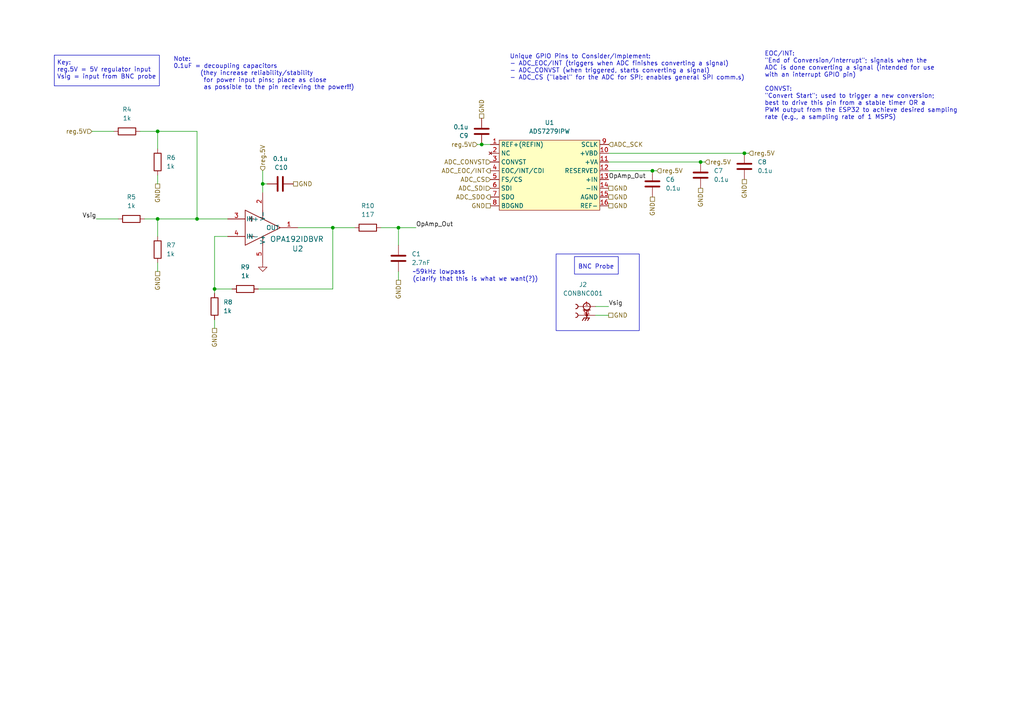
<source format=kicad_sch>
(kicad_sch (version 20231120) (generator "eeschema") (generator_version "8.0")
  (paper "A4")
  (lib_symbols
    (symbol "ADS7279:ADS7279IPW"
      (property "Reference" "U" (at 0 8.636 0))
      (property "Value" "ADS7279IPW" (at 0.254 -14.224 0))
      (symbol "ADS7279IPW_1_1"
        (rectangle (start -15.24 7.62) (end 13.97 -12.7) (fill (type background)))
        (pin input line (at -17.78 6.35 0) (length 2.54) (name "REF+(REFIN)") (number "1"))
        (pin power_in line (at 16.51 3.81 180) (length 2.54) (name "+VBD") (number "10"))
        (pin power_in line (at 16.51 1.27 180) (length 2.54) (name "+VA") (number "11"))
        (pin input line (at 16.51 -1.27 180) (length 2.54) (name "RESERVED") (number "12"))
        (pin input line (at 16.51 -3.81 180) (length 2.54) (name "+IN") (number "13"))
        (pin input line (at 16.51 -6.35 180) (length 2.54) (name "-IN") (number "14"))
        (pin power_in line (at 16.51 -8.89 180) (length 2.54) (name "AGND") (number "15"))
        (pin power_in line (at 16.51 -11.43 180) (length 2.54) (name "REF-") (number "16"))
        (pin no_connect line (at -17.78 3.81 0) (length 2.54) (name "NC") (number "2"))
        (pin input line (at -17.78 1.27 0) (length 2.54) (name "CONVST") (number "3"))
        (pin bidirectional line (at -17.78 -1.27 0) (length 2.54) (name "EOC/INT/CDI") (number "4"))
        (pin input line (at -17.78 -3.81 0) (length 2.54) (name "FS/CS") (number "5"))
        (pin input line (at -17.78 -6.35 0) (length 2.54) (name "SDI") (number "6"))
        (pin output line (at -17.78 -8.89 0) (length 2.54) (name "SDO") (number "7"))
        (pin power_in line (at -17.78 -11.43 0) (length 2.54) (name "BDGND") (number "8"))
        (pin input line (at 16.51 6.35 180) (length 2.54) (name "SCLK") (number "9"))
      )
    )
    (symbol "CONBNC001:CONBNC001" (pin_names (offset 1.016))
      (property "Reference" "J" (at -3.81 1.524 0))
      (property "Value" "CONBNC001" (at -4.064 -6.858 0))
      (symbol "CONBNC001_0_0"
        (arc (start -3.175 -3.175) (mid -2.5427 -2.54) (end -3.175 -1.905) (stroke (width 0.254)))
        (arc (start -3.175 -0.635) (mid -2.5427 0) (end -3.175 0.635) (stroke (width 0.254)))
        (circle (center 0 -2.54) (radius 0.254) (stroke (width 0.254)))
        (polyline (pts (xy -1.016 -1.016) (xy 0 -1.016)) (stroke (width 0.254)))
        (polyline (pts (xy -0.762 -3.302) (xy -1.27 -4.064)) (stroke (width 0.254)))
        (polyline (pts (xy 0 -3.302) (xy -0.762 -3.302)) (stroke (width 0.254)))
        (polyline (pts (xy 0 -3.302) (xy -0.508 -4.064)) (stroke (width 0.254)))
        (polyline (pts (xy 0 -3.302) (xy 0.762 -3.302)) (stroke (width 0.254)))
        (polyline (pts (xy 0 -1.016) (xy 0 -3.302)) (stroke (width 0.254)))
        (polyline (pts (xy 0 -1.016) (xy 1.016 -1.016)) (stroke (width 0.254)))
        (polyline (pts (xy 0.762 -3.302) (xy 0.254 -4.064)) (stroke (width 0.254)))
        (circle (center 0 0) (radius 1.016) (stroke (width 0.254)))
        (pin passive line (at 2.54 0 180) (length 5.08) (name "~") (number "1"))
        (pin passive line (at 2.54 -2.54 180) (length 5.08) (name "~") (number "S1"))
      )
    )
    (symbol "Device:C" (pin_numbers hide) (pin_names (offset 0.254))
      (property "Reference" "C" (at 0.635 2.54 0))
      (property "Value" "C" (at 0.635 -2.54 0))
      (symbol "C_0_1"
        (polyline (pts (xy -2.032 -0.762) (xy 2.032 -0.762)) (stroke (width 0.508)))
        (polyline (pts (xy -2.032 0.762) (xy 2.032 0.762)) (stroke (width 0.508)))
      )
      (symbol "C_1_1"
        (pin passive line (at 0 3.81 270) (length 2.794) (name "~") (number "1"))
        (pin passive line (at 0 -3.81 90) (length 2.794) (name "~") (number "2"))
      )
    )
    (symbol "Device:R" (pin_numbers hide) (pin_names (offset 0))
      (property "Reference" "R" (at 2.032 0 90))
      (property "Value" "R" (at 0 0 90))
      (symbol "R_0_1"
        (rectangle (start -1.016 -2.54) (end 1.016 2.54) (stroke (width 0.254)))
      )
      (symbol "R_1_1"
        (pin passive line (at 0 3.81 270) (length 1.27) (name "~") (number "1"))
        (pin passive line (at 0 -3.81 90) (length 1.27) (name "~") (number "2"))
      )
    )
    (symbol "Op-amp:OPA192IDBVR" (pin_names (offset 0.254))
      (property "Reference" "U" (at 0 2.54 0))
      (property "Value" "OPA192IDBVR" (at 0 0 0))
      (symbol "OPA192IDBVR_0_1"
        (polyline (pts (xy 0 -10.16) (xy 10.16 -5.08)) (stroke (width 0.2032)))
        (polyline (pts (xy 0 0) (xy 0 -10.16)) (stroke (width 0.2032)))
        (polyline (pts (xy 0 0) (xy 10.16 -5.08)) (stroke (width 0.2032)))
        (polyline (pts (xy 1.016 -7.62) (xy 2.54 -7.62)) (stroke (width 0.2032)))
        (polyline (pts (xy 1.016 -2.54) (xy 2.54 -2.54)) (stroke (width 0.2032)))
        (polyline (pts (xy 1.778 -6.858) (xy 1.778 -8.382)) (stroke (width 0.2032)))
        (polyline (pts (xy 5.08 -7.62) (xy 5.08 -10.16)) (stroke (width 0.2032)))
        (polyline (pts (xy 5.08 0) (xy 5.08 -2.54)) (stroke (width 0.2032)))
        (pin output line (at 15.24 -5.08 180) (length 5.08) (name "OUT") (number "1"))
        (pin power_in line (at 5.08 -15.24 90) (length 5.08) (name "V-") (number "2"))
        (pin input line (at -5.08 -7.62 0) (length 5.08) (name "IN+") (number "3"))
        (pin input line (at -5.08 -2.54 0) (length 5.08) (name "IN-") (number "4"))
        (pin power_in line (at 5.08 5.08 270) (length 5.08) (name "V+") (number "5"))
      )
    )
    (symbol "power:GND" (power) (pin_numbers hide) (pin_names (offset 0) hide)
      (property "Value" "GND" (at 0 -3.81 0))
      (symbol "GND_0_1"
        (polyline (pts (xy 0 0) (xy 0 -1.27) (xy 1.27 -1.27) (xy 0 -2.54) (xy -1.27 -1.27) (xy 0 -1.27)))
      )
      (symbol "GND_1_1"
        (pin power_in line (at 0 0 270) (length 0) (name "~") (number "1"))
      )
    )
  )
  (junction (at 203.2 46.99))
  (junction (at 115.57 66.04))
  (junction (at 45.72 63.5))
  (junction (at 139.7 41.91))
  (junction (at 45.72 38.1))
  (junction (at 57.15 63.5))
  (junction (at 215.9 44.45))
  (junction (at 62.23 83.82))
  (junction (at 76.2 53.34))
  (junction (at 189.23 49.53))
  (junction (at 96.52 66.04))
  (wire (pts (xy 74.93 83.82) (xy 96.52 83.82)))
  (wire (pts (xy 204.47 46.99) (xy 203.2 46.99)))
  (wire (pts (xy 138.43 41.91) (xy 139.7 41.91)))
  (wire (pts (xy 45.72 63.5) (xy 57.15 63.5)))
  (wire (pts (xy 27.94 63.5) (xy 34.29 63.5)))
  (wire (pts (xy 40.64 38.1) (xy 45.72 38.1)))
  (wire (pts (xy 45.72 50.8) (xy 45.72 53.34)))
  (wire (pts (xy 139.7 41.91) (xy 142.24 41.91)))
  (wire (pts (xy 115.57 66.04) (xy 120.65 66.04)))
  (wire (pts (xy 45.72 76.2) (xy 45.72 78.74)))
  (wire (pts (xy 76.2 49.53) (xy 76.2 53.34)))
  (wire (pts (xy 217.17 44.45) (xy 215.9 44.45)))
  (wire (pts (xy 190.5 49.53) (xy 189.23 49.53)))
  (wire (pts (xy 203.2 46.99) (xy 176.53 46.99)))
  (wire (pts (xy 189.23 49.53) (xy 176.53 49.53)))
  (wire (pts (xy 176.53 88.9) (xy 172.72 88.9)))
  (wire (pts (xy 76.2 53.34) (xy 77.47 53.34)))
  (wire (pts (xy 62.23 92.71) (xy 62.23 95.25)))
  (wire (pts (xy 96.52 83.82) (xy 96.52 66.04)))
  (wire (pts (xy 115.57 78.74) (xy 115.57 81.28)))
  (wire (pts (xy 45.72 63.5) (xy 45.72 68.58)))
  (wire (pts (xy 57.15 63.5) (xy 66.04 63.5)))
  (wire (pts (xy 86.36 66.04) (xy 96.52 66.04)))
  (wire (pts (xy 110.49 66.04) (xy 115.57 66.04)))
  (wire (pts (xy 215.9 44.45) (xy 176.53 44.45)))
  (wire (pts (xy 41.91 63.5) (xy 45.72 63.5)))
  (wire (pts (xy 76.2 53.34) (xy 76.2 55.88)))
  (wire (pts (xy 66.04 68.58) (xy 62.23 68.58)))
  (wire (pts (xy 62.23 83.82) (xy 67.31 83.82)))
  (wire (pts (xy 57.15 38.1) (xy 57.15 63.5)))
  (wire (pts (xy 176.53 91.44) (xy 172.72 91.44)))
  (wire (pts (xy 45.72 38.1) (xy 45.72 43.18)))
  (wire (pts (xy 115.57 66.04) (xy 115.57 71.12)))
  (wire (pts (xy 45.72 38.1) (xy 57.15 38.1)))
  (wire (pts (xy 62.23 68.58) (xy 62.23 83.82)))
  (wire (pts (xy 26.67 38.1) (xy 33.02 38.1)))
  (wire (pts (xy 96.52 66.04) (xy 102.87 66.04)))
  (wire (pts (xy 62.23 83.82) (xy 62.23 85.09)))
  (rectangle (start 161.29 73.66) (end 185.42 95.885))
  (rectangle (start 166.624 74.422) (end 179.324 79.502))
  (rectangle (start 15.748 16.002) (end 46.228 24.892))
  (text "Key:\nreg.5V = 5V regulator input\nVsig = input from BNC probe" (at 16.51 20.32 0) (effects (font (size 1.27 1.27)) (justify left)))
  (text "~59kHz lowpass\n(clarify that this is what we want(?))" (at 119.634 80.01 0) (effects (font (size 1.27 1.27)) (justify left)))
  (text "EOC/INT:\n\"End of Conversion/Interrupt\"; signals when the\nADC is done converting a signal (intended for use\nwith an interrupt GPIO pin)\n\nCONVST:\n\"Convert Start\"; used to trigger a new conversion;\nbest to drive this pin from a stable timer OR a \nPWM output from the ESP32 to achieve desired sampling\nrate (e.g., a sampling rate of 1 MSPS)" (at 221.742 24.892 0) (effects (font (size 1.27 1.27)) (justify left)))
  (text "Note:\n0.1uF = decoupling capacitors\n        (they increase reliability/stability\n         for power input pins; place as close\n         as possible to the pin recieving the power!!)" (at 50.292 21.336 0) (effects (font (size 1.27 1.27)) (justify left)))
  (text "BNC Probe" (at 167.64 77.47 0) (effects (font (size 1.27 1.27)) (justify left)))
  (text "Unique GPIO Pins to Consider/Implement:\n- ADC_EOC/INT (triggers when ADC finishes converting a signal)\n- ADC_CONVST (when triggered, starts converting a signal)\n- ADC_CS (\"label\" for the ADC for SPI; enables general SPI comm.s)\n" (at 147.828 19.558 0) (effects (font (size 1.27 1.27)) (justify left)))
  (label "Vsig" (at 176.53 88.9 0))
  (label "Vsig" (at 27.94 63.5 180))
  (label "OpAmp_Out" (at 120.65 66.04 0))
  (label "OpAmp_Out" (at 176.53 52.07 0))
  (hierarchical_label "GND" (shape passive) (at 115.57 81.28 270))
  (hierarchical_label "ADC_SCK" (shape input) (at 176.53 41.91 0))
  (hierarchical_label "GND" (shape passive) (at 142.24 59.69 180))
  (hierarchical_label "GND" (shape passive) (at 189.23 57.15 270))
  (hierarchical_label "GND" (shape passive) (at 176.53 54.61 0))
  (hierarchical_label "GND" (shape passive) (at 85.09 53.34 0))
  (hierarchical_label "ADC_CONVST" (shape input) (at 142.24 46.99 180))
  (hierarchical_label "reg.5V" (shape input) (at 138.43 41.91 180))
  (hierarchical_label "ADC_SDO" (shape output) (at 142.24 57.15 180))
  (hierarchical_label "GND" (shape passive) (at 176.53 91.44 0))
  (hierarchical_label "ADC_CS" (shape input) (at 142.24 52.07 180))
  (hierarchical_label "GND" (shape passive) (at 203.2 54.61 270))
  (hierarchical_label "GND" (shape passive) (at 176.53 57.15 0))
  (hierarchical_label "reg.5V" (shape input) (at 76.2 49.53 90))
  (hierarchical_label "GND" (shape passive) (at 215.9 52.07 270))
  (hierarchical_label "reg.5V" (shape input) (at 204.47 46.99 0))
  (hierarchical_label "reg.5V" (shape input) (at 26.67 38.1 180))
  (hierarchical_label "GND" (shape passive) (at 139.7 34.29 90))
  (hierarchical_label "reg.5V" (shape input) (at 217.17 44.45 0))
  (hierarchical_label "GND" (shape passive) (at 176.53 59.69 0))
  (hierarchical_label "reg.5V" (shape input) (at 190.5 49.53 0))
  (hierarchical_label "ADC_SDI" (shape input) (at 142.24 54.61 180))
  (hierarchical_label "GND" (shape passive) (at 45.72 53.34 270))
  (hierarchical_label "GND" (shape passive) (at 45.72 78.74 270))
  (hierarchical_label "GND" (shape passive) (at 62.23 95.25 270))
  (hierarchical_label "ADC_EOC{slash}INT" (shape output) (at 142.24 49.53 180))
  (symbol (lib_id "Device:R") (at 62.23 88.9 0) (unit 1)
    (property "Reference" "R8" (at 64.77 87.6299 0) (effects (justify left)))
    (property "Value" "1k" (at 64.77 90.1699 0) (effects (justify left)))
    (property "Footprint" "Resistor_SMD:R_0603_1608Metric_Pad0.98x0.95mm_HandSolder" (effects (hide yes)))
    (property "Description" "Resistor" (effects (hide yes)))
  )
  (symbol (lib_id "Device:R") (at 71.12 83.82 90) (unit 1)
    (property "Reference" "R9" (at 71.12 77.47 90))
    (property "Value" "1k" (at 71.12 80.01 90))
    (property "Footprint" "Resistor_SMD:R_0603_1608Metric_Pad0.98x0.95mm_HandSolder" (effects (hide yes)))
    (property "Description" "Resistor" (effects (hide yes)))
  )
  (symbol (lib_id "Device:R") (at 45.72 72.39 0) (unit 1)
    (property "Reference" "R7" (at 48.26 71.1199 0) (effects (justify left)))
    (property "Value" "1k" (at 48.26 73.6599 0) (effects (justify left)))
    (property "Footprint" "Resistor_SMD:R_0603_1608Metric_Pad0.98x0.95mm_HandSolder" (effects (hide yes)))
    (property "Description" "Resistor" (effects (hide yes)))
  )
  (symbol (lib_id "Device:C") (at 139.7 38.1 180) (unit 1)
    (property "Reference" "C9" (at 135.89 39.3701 0) (effects (justify left)))
    (property "Value" "0.1u" (at 135.89 36.8301 0) (effects (justify left)))
    (property "Description" "Unpolarized capacitor" (effects (hide yes)))
  )
  (symbol (lib_id "Device:C") (at 115.57 74.93 0) (unit 1)
    (property "Reference" "C1" (at 119.38 73.6599 0) (effects (justify left)))
    (property "Value" "2.7nF" (at 119.38 76.1999 0) (effects (justify left)))
    (property "Footprint" "Capacitor_SMD:C_0603_1608Metric_Pad1.08x0.95mm_HandSolder" (effects (hide yes)))
    (property "Description" "Unpolarized capacitor" (effects (hide yes)))
  )
  (symbol (lib_id "Device:C") (at 189.23 53.34 0) (unit 1)
    (property "Reference" "C6" (at 193.04 52.0699 0) (effects (justify left)))
    (property "Value" "0.1u" (at 193.04 54.6099 0) (effects (justify left)))
    (property "Description" "Unpolarized capacitor" (effects (hide yes)))
  )
  (symbol (lib_id "Device:R") (at 38.1 63.5 270) (unit 1)
    (property "Reference" "R5" (at 38.1 57.15 90))
    (property "Value" "1k" (at 38.1 59.69 90))
    (property "Footprint" "Resistor_SMD:R_0603_1608Metric_Pad0.98x0.95mm_HandSolder" (effects (hide yes)))
    (property "Description" "Resistor" (effects (hide yes)))
  )
  (symbol (lib_id "Device:C") (at 81.28 53.34 90) (unit 1)
    (property "Reference" "C10" (at 83.5025 48.5776 90) (effects (justify left)))
    (property "Value" "0.1u" (at 83.5025 46.0376 90) (effects (justify left)))
    (property "Description" "Unpolarized capacitor" (effects (hide yes)))
  )
  (symbol (lib_id "Device:R") (at 36.83 38.1 270) (unit 1)
    (property "Reference" "R4" (at 36.83 31.75 90))
    (property "Value" "1k" (at 36.83 34.29 90))
    (property "Footprint" "Resistor_SMD:R_0603_1608Metric_Pad0.98x0.95mm_HandSolder" (effects (hide yes)))
    (property "Description" "Resistor" (effects (hide yes)))
  )
  (symbol (lib_id "CONBNC001:CONBNC001") (at 170.18 88.9 0) (unit 1)
    (property "Reference" "J2" (at 169.1005 82.55 0))
    (property "Value" "CONBNC001" (at 169.1005 85.09 0))
    (property "Footprint" "CONBNC001:LINX_CONBNC001" (effects (hide yes)))
    (property "SnapEDA_Link" "https://www.snapeda.com/parts/CONBNC001/TE+Connectivity/view-part/?ref=snap" (effects (hide yes)))
    (property "Check_prices" "https://www.snapeda.com/parts/CONBNC001/TE+Connectivity/view-part/?ref=eda" (effects (hide yes)))
    (property "Package" "None" (effects (hide yes)))
    (property "Price" "None" (effects (hide yes)))
    (property "MF" "TE Connectivity" (effects (hide yes)))
    (property "MP" "CONBNC001" (effects (hide yes)))
    (property "Purchase-URL" "https://www.snapeda.com/api/url_track_click_mouser/?unipart_id=12122496&manufacturer=Linx Technologies Inc.&part_name=CONBNC001&search_term=None" (effects (hide yes)))
    (property "Availability" "In Stock" (effects (hide yes)))
    (property "Description_1" "\n                        \n                            BNC Jack 50 Ohm PCB Through Hole\n                        \n" (effects (hide yes)))
  )
  (symbol (lib_id "ADS7279:ADS7279IPW") (at 160.02 48.26 0) (unit 1)
    (property "Reference" "U1" (at 159.385 35.56 0))
    (property "Value" "ADS7279IPW" (at 159.385 38.1 0))
    (property "Footprint" "Package_CSP:LFCSP-16-1EP_4x4mm_P0.65mm_EP2.6x2.6mm" (effects (hide yes)))
    (property "Datasheet" "https://www.ti.com/lit/ds/symlink/ads7279.pdf?HQS=dis-dk-null-digikeymode-dsf-pf-null-wwe&ts=1738018601921&ref_url=https%253A%252F%252Fwww.ti.com%252Fgeneral%252Fdocs%252Fsuppproductinfo.tsp%253FdistId%253D10%2526gotoUrl%253Dhttps%253A%252F%252Fwww.ti.com%252Flit%252Fgpn%252Fads7279" (effects (hide yes)))
    (property "Description" "14 Bit Analog to Digital Converter 1 Input 1 SAR" (effects (hide yes)))
  )
  (symbol (lib_id "Device:R") (at 106.68 66.04 90) (unit 1)
    (property "Reference" "R10" (at 106.68 59.69 90))
    (property "Value" "117" (at 106.68 62.23 90))
    (property "Footprint" "Resistor_SMD:R_0603_1608Metric_Pad0.98x0.95mm_HandSolder" (effects (hide yes)))
    (property "Description" "Resistor" (effects (hide yes)))
  )
  (symbol (lib_id "Device:C") (at 203.2 50.8 0) (unit 1)
    (property "Reference" "C7" (at 207.01 49.5299 0) (effects (justify left)))
    (property "Value" "0.1u" (at 207.01 52.0699 0) (effects (justify left)))
    (property "Description" "Unpolarized capacitor" (effects (hide yes)))
  )
  (symbol (lib_id "Device:R") (at 45.72 46.99 0) (unit 1)
    (property "Reference" "R6" (at 48.26 45.7199 0) (effects (justify left)))
    (property "Value" "1k" (at 48.26 48.2599 0) (effects (justify left)))
    (property "Footprint" "Resistor_SMD:R_0603_1608Metric_Pad0.98x0.95mm_HandSolder" (effects (hide yes)))
    (property "Description" "Resistor" (effects (hide yes)))
  )
  (symbol (lib_id "Op-amp:OPA192IDBVR") (at 71.12 71.12 0) (mirror x) (unit 1)
    (property "Reference" "U2" (at 86.36 72.136 0) (effects (font (size 1.524 1.524))))
    (property "Value" "OPA192IDBVR" (at 86.106 69.342 0) (effects (font (size 1.524 1.524))))
    (property "Footprint" "pot:SOT95P280X145-5N" (effects (hide yes)))
    (property "Datasheet" "OPA192IDBVR" (effects (hide yes)))
  )
  (symbol (lib_id "power:GND") (at 76.2 76.2 0) (unit 1)
    (property "Reference" "#PWR07" (effects (hide yes)))
    (property "Value" "GND" (effects (hide yes)))
    (property "Description" "Power symbol creates a global label with name \"GND\" , ground" (effects (hide yes)))
  )
  (symbol (lib_id "Device:C") (at 215.9 48.26 0) (unit 1)
    (property "Reference" "C8" (at 219.71 46.9899 0) (effects (justify left)))
    (property "Value" "0.1u" (at 219.71 49.5299 0) (effects (justify left)))
    (property "Description" "Unpolarized capacitor" (effects (hide yes)))
  )
)
</source>
